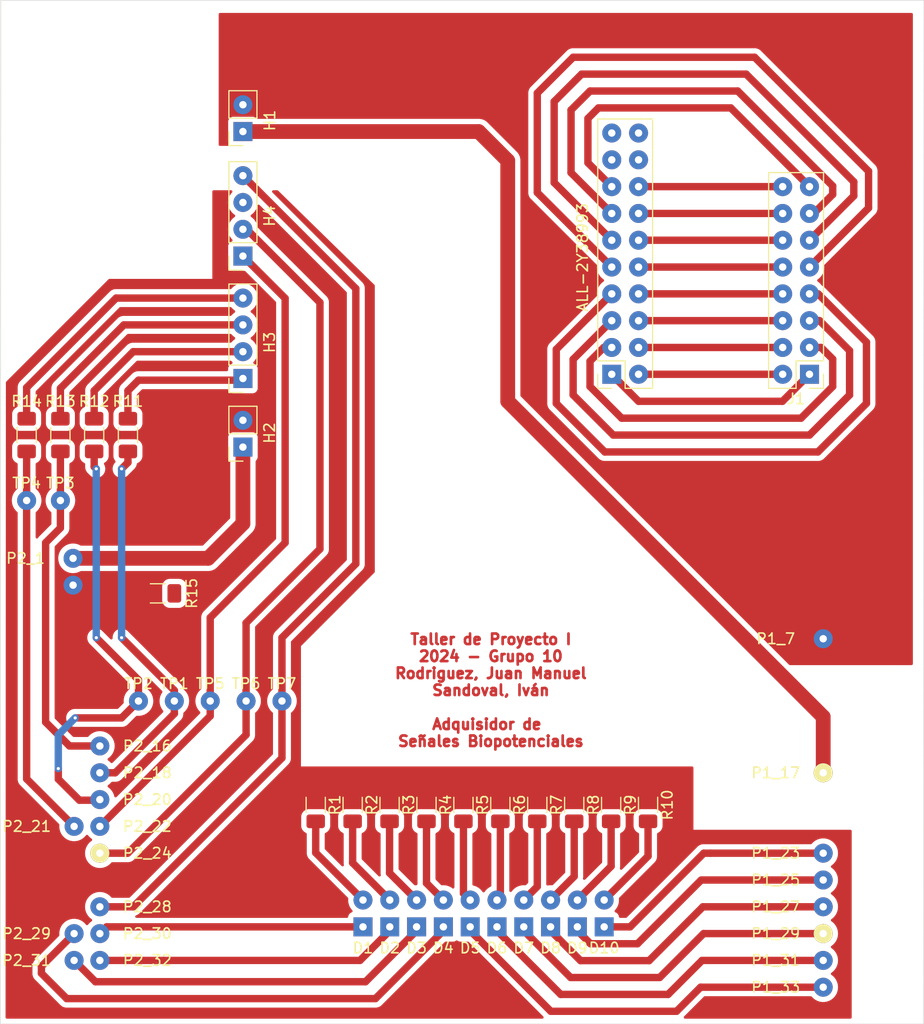
<source format=kicad_pcb>
(kicad_pcb (version 20240108) (generator "pcbnew") (generator_version "8.0")
  (layers (0 "F.Cu" signal) (31 "B.Cu" signal) (34 "B.Paste" user) (35 "F.Paste" user) (36 "B.SilkS" user "B.Silkscreen") (37 "F.SilkS" user "F.Silkscreen") (38 "B.Mask" user) (39 "F.Mask" user) (44 "Edge.Cuts" user))
  (net 0 "")
  (net 1 "Net-(ALL-2Y38993-Pin_13)")
  (net 2 "Net-(ALL-2Y38993-Pin_15)")
  (net 3 "Net-(ALL-2Y38993-Pin_3)")
  (net 4 "Net-(ALL-2Y38993-Pin_5)")
  (net 5 "Net-(ALL-2Y38993-Pin_4)")
  (net 6 "Net-(ALL-2Y38993-Pin_12)")
  (net 7 "Net-(ALL-2Y38993-Pin_2)")
  (net 8 "Net-(ALL-2Y38993-Pin_7)")
  (net 9 "Net-(ALL-2Y38993-Pin_9)")
  (net 10 "Net-(ALL-2Y38993-Pin_1)")
  (net 11 "Net-(ALL-2Y38993-Pin_14)")
  (net 12 "Net-(ALL-2Y38993-Pin_6)")
  (net 13 "Net-(ALL-2Y38993-Pin_16)")
  (net 14 "Net-(ALL-2Y38993-Pin_11)")
  (net 15 "Net-(ALL-2Y38993-Pin_8)")
  (net 16 "Net-(ALL-2Y38993-Pin_10)")
  (net 17 "CAN_RD")
  (net 18 "Net-(D1-K)")
  (net 19 "Net-(D2-K)")
  (net 20 "RS232_TX")
  (net 21 "RS232_RX")
  (net 22 "Net-(D3-K)")
  (net 23 "Net-(D4-K)")
  (net 24 "Net-(D5-K)")
  (net 25 "VDDA")
  (net 26 "Net-(D6-K)")
  (net 27 "Net-(D7-K)")
  (net 28 "Net-(D8-K)")
  (net 29 "Net-(D9-K)")
  (net 30 "SPI_SCK")
  (net 31 "TXD1")
  (net 32 "SPI_MISO")
  (net 33 "SPI_MOSI")
  (net 34 "LCD4")
  (net 35 "LCD_RS")
  (net 36 "LCD2")
  (net 37 "Net-(H3-Pin_3)")
  (net 38 "CAN_TD")
  (net 39 "GNDA")
  (net 40 "3V3")
  (net 41 "GND")
  (net 42 "Net-(D10-K)")
  (net 47 "GPIO2")
  (net 48 "GPIO1")
  (net 49 "LCD1")
  (net 50 "GPIO0")
  (net 51 "TCOL1")
  (net 52 "TFIL0")
  (net 53 "Net-(H3-Pin_4)")
  (net 54 "Net-(H3-Pin_2)")
  (net 55 "Net-(H3-Pin_1)")
  (net 56 "Net-(H4-Pin_3)")
  (footprint "Connector_PinSocket_2.54mm:PinSocket_1x04_P2.54mm_Vertical" (layer "F.Cu") (at 85.5 77.44 180)
    (property "Reference" "H3" (at -2.525 3.42 90) (layer "F.SilkS"))
    (property "Value" "Conn_01x04_Pin" (hide yes))
    (pad "1" thru_hole rect (at 0 0 180) (size 1.8 1.8) (drill 0.7) (layers "*.Cu" "*.Mask") (net 55 "Net-(H3-Pin_1)"))
    (pad "2" thru_hole circle (at 0 2.54 180) (size 1.8 1.8) (drill 0.7) (layers "*.Cu" "*.Mask") (net 54 "Net-(H3-Pin_2)"))
    (pad "3" thru_hole circle (at 0 5.08 180) (size 1.8 1.8) (drill 0.7) (layers "*.Cu" "*.Mask") (net 37 "Net-(H3-Pin_3)"))
    (pad "4" thru_hole circle (at 0 7.62 180) (size 1.8 1.8) (drill 0.7) (layers "*.Cu" "*.Mask") (net 53 "Net-(H3-Pin_4)"))
  )
  (footprint "Connector_PinSocket_2.54mm:PinSocket_2x01_P2.54mm_Vertical" (layer "F.Cu") (at 101.96 129.4 -90)
    (property "Reference" "D3" (at 2 0 0) (layer "F.SilkS"))
    (property "Value" "LED" (hide yes))
    (pad "1" thru_hole rect (at 0 0 270) (size 1.8 1.8) (drill 0.7) (layers "*.Cu" "*.Mask") (net 47 "GPIO2"))
    (pad "2" thru_hole circle (at -2.54 0 270) (size 1.8 1.8) (drill 0.7) (layers "*.Cu" "*.Mask") (net 22 "Net-(D3-K)"))
  )
  (footprint "Resistor_SMD:R_1206_3216Metric_Pad1.30x1.75mm_HandSolder" (layer "F.Cu") (at 77.45 97.8)
    (property "Reference" "R15" (at 3.2 0 90) (layer "F.SilkS"))
    (property "Value" "R" (hide yes))
    (pad "1" smd roundrect (at -1.55 0) (size 1.3 1.75) (layers "F.Cu" "F.Paste" "F.Mask") (roundrect_rratio 0.192308) (net 41 "GND"))
    (pad "2" smd roundrect (at 1.55 0) (size 1.3 1.75) (layers "F.Cu" "F.Paste" "F.Mask") (roundrect_rratio 0.192308) (net 56 "Net-(H4-Pin_3)"))
  )
  (footprint "TestPoint:TestPoint_THTPad_1.5x1.5mm_Drill0.7mm" (layer "F.Cu") (at 85.8 108)
    (property "Reference" "TP6" (at 0 -1.648 0) (layer "F.SilkS"))
    (property "Value" "TestPoint" (hide yes))
    (pad "1" thru_hole circle (at 0 0) (size 1.8 1.8) (drill 0.7) (layers "*.Cu" "*.Mask") (net 35 "LCD_RS"))
  )
  (footprint "Resistor_SMD:R_1206_3216Metric_Pad1.30x1.75mm_HandSolder" (layer "F.Cu") (at 113.4 117.85 -90)
    (property "Reference" "R7" (at 0 -1.82 -90) (layer "F.SilkS"))
    (property "Value" "R")
    (pad "1" smd roundrect (at -1.55 0 270) (size 1.3 1.75) (layers "F.Cu" "F.Paste" "F.Mask") (roundrect_rratio 0.192308) (net 41 "GND"))
    (pad "2" smd roundrect (at 1.55 0 270) (size 1.3 1.75) (layers "F.Cu" "F.Paste" "F.Mask") (roundrect_rratio 0.192308) (net 27 "Net-(D7-K)"))
  )
  (footprint "Resistor_SMD:R_1206_3216Metric_Pad1.30x1.75mm_HandSolder" (layer "F.Cu") (at 74.6 82.8 90)
    (property "Reference" "R11" (at 3.2 0 0) (layer "F.SilkS"))
    (property "Value" "R" (hide yes))
    (pad "1" smd roundrect (at -1.55 0 90) (size 1.3 1.75) (layers "F.Cu" "F.Paste" "F.Mask") (roundrect_rratio 0.192308) (net 32 "SPI_MISO"))
    (pad "2" smd roundrect (at 1.55 0 90) (size 1.3 1.75) (layers "F.Cu" "F.Paste" "F.Mask") (roundrect_rratio 0.192308) (net 55 "Net-(H3-Pin_1)"))
  )
  (footprint "Resistor_SMD:R_1206_3216Metric_Pad1.30x1.75mm_HandSolder" (layer "F.Cu") (at 116.9 117.85 -90)
    (property "Reference" "R8" (at 0 -1.82 -90) (layer "F.SilkS"))
    (property "Value" "R")
    (pad "1" smd roundrect (at -1.55 0 270) (size 1.3 1.75) (layers "F.Cu" "F.Paste" "F.Mask") (roundrect_rratio 0.192308) (net 41 "GND"))
    (pad "2" smd roundrect (at 1.55 0 270) (size 1.3 1.75) (layers "F.Cu" "F.Paste" "F.Mask") (roundrect_rratio 0.192308) (net 28 "Net-(D8-K)"))
  )
  (footprint "Resistor_SMD:R_1206_3216Metric_Pad1.30x1.75mm_HandSolder" (layer "F.Cu") (at 99.4 117.85 -90)
    (property "Reference" "R3" (at 0 -1.82 -90) (layer "F.SilkS"))
    (property "Value" "R")
    (pad "1" smd roundrect (at -1.55 0 270) (size 1.3 1.75) (layers "F.Cu" "F.Paste" "F.Mask") (roundrect_rratio 0.192308) (net 41 "GND"))
    (pad "2" smd roundrect (at 1.55 0 270) (size 1.3 1.75) (layers "F.Cu" "F.Paste" "F.Mask") (roundrect_rratio 0.192308) (net 22 "Net-(D3-K)"))
  )
  (footprint "Connector_PinSocket_2.54mm:PinSocket_2x01_P2.54mm_Vertical" (layer "F.Cu") (at 96.88 129.4 -90)
    (property "Reference" "D1" (at 2 0 0) (layer "F.SilkS"))
    (property "Value" "LED" (hide yes))
    (pad "1" thru_hole rect (at 0 0 270) (size 1.8 1.8) (drill 0.7) (layers "*.Cu" "*.Mask") (net 49 "LCD1"))
    (pad "2" thru_hole circle (at -2.54 0 270) (size 1.8 1.8) (drill 0.7) (layers "*.Cu" "*.Mask") (net 18 "Net-(D1-K)"))
  )
  (footprint "Connector_PinHeader_2.54mm:PinHeader_2x08_P2.54mm_Vertical" (layer "F.Cu") (at 139.2 77.04 180)
    (property "Reference" "J1" (at 1.27 -2.33 180) (layer "F.SilkS"))
    (property "Value" "Entradas Analógicas")
    (pad "1" thru_hole rect (at 0 0 180) (size 1.8 1.8) (drill 0.7) (layers "*.Cu" "*.Mask") (net 10 "Net-(ALL-2Y38993-Pin_1)"))
    (pad "2" thru_hole circle (at 2.54 0 180) (size 1.8 1.8) (drill 0.7) (layers "*.Cu" "*.Mask") (net 7 "Net-(ALL-2Y38993-Pin_2)"))
    (pad "3" thru_hole circle (at 0 2.54 180) (size 1.8 1.8) (drill 0.7) (layers "*.Cu" "*.Mask") (net 3 "Net-(ALL-2Y38993-Pin_3)"))
    (pad "4" thru_hole circle (at 2.54 2.54 180) (size 1.8 1.8) (drill 0.7) (layers "*.Cu" "*.Mask") (net 5 "Net-(ALL-2Y38993-Pin_4)"))
    (pad "5" thru_hole circle (at 0 5.08 180) (size 1.8 1.8) (drill 0.7) (layers "*.Cu" "*.Mask") (net 4 "Net-(ALL-2Y38993-Pin_5)"))
    (pad "6" thru_hole circle (at 2.54 5.08 180) (size 1.8 1.8) (drill 0.7) (layers "*.Cu" "*.Mask") (net 12 "Net-(ALL-2Y38993-Pin_6)"))
    (pad "7" thru_hole circle (at 0 7.62 180) (size 1.8 1.8) (drill 0.7) (layers "*.Cu" "*.Mask") (net 8 "Net-(ALL-2Y38993-Pin_7)"))
    (pad "8" thru_hole circle (at 2.54 7.62 180) (size 1.8 1.8) (drill 0.7) (layers "*.Cu" "*.Mask") (net 15 "Net-(ALL-2Y38993-Pin_8)"))
    (pad "9" thru_hole circle (at 0 10.16 180) (size 1.8 1.8) (drill 0.7) (layers "*.Cu" "*.Mask") (net 9 "Net-(ALL-2Y38993-Pin_9)"))
    (pad "10" thru_hole circle (at 2.54 10.16 180) (size 1.8 1.8) (drill 0.7) (layers "*.Cu" "*.Mask") (net 16 "Net-(ALL-2Y38993-Pin_10)"))
    (pad "11" thru_hole circle (at 0 12.7 180) (size 1.8 1.8) (drill 0.7) (layers "*.Cu" "*.Mask") (net 14 "Net-(ALL-2Y38993-Pin_11)"))
    (pad "12" thru_hole circle (at 2.54 12.7 180) (size 1.8 1.8) (drill 0.7) (layers "*.Cu" "*.Mask") (net 6 "Net-(ALL-2Y38993-Pin_12)"))
    (pad "13" thru_hole circle (at 0 15.24 180) (size 1.8 1.8) (drill 0.7) (layers "*.Cu" "*.Mask") (net 1 "Net-(ALL-2Y38993-Pin_13)"))
    (pad "14" thru_hole circle (at 2.54 15.24 180) (size 1.8 1.8) (drill 0.7) (layers "*.Cu" "*.Mask") (net 11 "Net-(ALL-2Y38993-Pin_14)"))
    (pad "15" thru_hole circle (at 0 17.78 180) (size 1.8 1.8) (drill 0.7) (layers "*.Cu" "*.Mask") (net 2 "Net-(ALL-2Y38993-Pin_15)"))
    (pad "16" thru_hole circle (at 2.54 17.78 180) (size 1.8 1.8) (drill 0.7) (layers "*.Cu" "*.Mask") (net 13 "Net-(ALL-2Y38993-Pin_16)"))
  )
  (footprint "Resistor_SMD:R_1206_3216Metric_Pad1.30x1.75mm_HandSolder" (layer "F.Cu") (at 106.4 117.85 -90)
    (property "Reference" "R5" (at 0 -1.82 -90) (layer "F.SilkS"))
    (property "Value" "R")
    (pad "1" smd roundrect (at -1.55 0 270) (size 1.3 1.75) (layers "F.Cu" "F.Paste" "F.Mask") (roundrect_rratio 0.192308) (net 41 "GND"))
    (pad "2" smd roundrect (at 1.55 0 270) (size 1.3 1.75) (layers "F.Cu" "F.Paste" "F.Mask") (roundrect_rratio 0.192308) (net 24 "Net-(D5-K)"))
  )
  (footprint "Connector_PinSocket_2.54mm:PinSocket_2x10_P2.54mm_Vertical" (layer "F.Cu") (at 120.46 77.04 180)
    (property "Reference" "ALL-2Y38993" (at 2.77 11.08 90) (layer "F.SilkS"))
    (property "Value" "Conn_02x10_Odd_Even" (hide yes))
    (pad "1" thru_hole rect (at 0 0 180) (size 1.8 1.8) (drill 0.7) (layers "*.Cu" "*.Mask") (net 10 "Net-(ALL-2Y38993-Pin_1)"))
    (pad "2" thru_hole circle (at -2.54 0 180) (size 1.8 1.8) (drill 0.7) (layers "*.Cu" "*.Mask") (net 7 "Net-(ALL-2Y38993-Pin_2)"))
    (pad "3" thru_hole circle (at 0 2.54 180) (size 1.8 1.8) (drill 0.7) (layers "*.Cu" "*.Mask") (net 3 "Net-(ALL-2Y38993-Pin_3)"))
    (pad "4" thru_hole circle (at -2.54 2.54 180) (size 1.8 1.8) (drill 0.7) (layers "*.Cu" "*.Mask") (net 5 "Net-(ALL-2Y38993-Pin_4)"))
    (pad "5" thru_hole circle (at 0 5.08 180) (size 1.8 1.8) (drill 0.7) (layers "*.Cu" "*.Mask") (net 4 "Net-(ALL-2Y38993-Pin_5)"))
    (pad "6" thru_hole circle (at -2.54 5.08 180) (size 1.8 1.8) (drill 0.7) (layers "*.Cu" "*.Mask") (net 12 "Net-(ALL-2Y38993-Pin_6)"))
    (pad "7" thru_hole circle (at 0 7.62 180) (size 1.8 1.8) (drill 0.7) (layers "*.Cu" "*.Mask") (net 8 "Net-(ALL-2Y38993-Pin_7)"))
    (pad "8" thru_hole circle (at -2.54 7.62 180) (size 1.8 1.8) (drill 0.7) (layers "*.Cu" "*.Mask") (net 15 "Net-(ALL-2Y38993-Pin_8)"))
    (pad "9" thru_hole circle (at 0 10.16 180) (size 1.8 1.8) (drill 0.7) (layers "*.Cu" "*.Mask") (net 9 "Net-(ALL-2Y38993-Pin_9)"))
    (pad "10" thru_hole circle (at -2.54 10.16 180) (size 1.8 1.8) (drill 0.7) (layers "*.Cu" "*.Mask") (net 16 "Net-(ALL-2Y38993-Pin_10)"))
    (pad "11" thru_hole circle (at 0 12.7 180) (size 1.8 1.8) (drill 0.7) (layers "*.Cu" "*.Mask") (net 14 "Net-(ALL-2Y38993-Pin_11)"))
    (pad "12" thru_hole circle (at -2.54 12.7 180) (size 1.8 1.8) (drill 0.7) (layers "*.Cu" "*.Mask") (net 6 "Net-(ALL-2Y38993-Pin_12)"))
    (pad "13" thru_hole circle (at 0 15.24 180) (size 1.8 1.8) (drill 0.7) (layers "*.Cu" "*.Mask") (net 1 "Net-(ALL-2Y38993-Pin_13)"))
    (pad "14" thru_hole circle (at -2.54 15.24 180) (size 1.8 1.8) (drill 0.7) (layers "*.Cu" "*.Mask") (net 11 "Net-(ALL-2Y38993-Pin_14)"))
    (pad "15" thru_hole circle (at 0 17.78 180) (size 1.8 1.8) (drill 0.7) (layers "*.Cu" "*.Mask") (net 2 "Net-(ALL-2Y38993-Pin_15)"))
    (pad "16" thru_hole circle (at -2.54 17.78 180) (size 1.8 1.8) (drill 0.7) (layers "*.Cu" "*.Mask") (net 13 "Net-(ALL-2Y38993-Pin_16)"))
    (pad "17" thru_hole circle (at 0 20.32 180) (size 1.8 1.8) (drill 0.7) (layers "*.Cu" "*.Mask"))
    (pad "18" thru_hole circle (at -2.54 20.32 180) (size 1.8 1.8) (drill 0.7) (layers "*.Cu" "*.Mask"))
    (pad "19" thru_hole circle (at 0 22.86 180) (size 1.8 1.8) (drill 0.7) (layers "*.Cu" "*.Mask"))
    (pad "20" thru_hole circle (at -2.54 22.86 180) (size 1.8 1.8) (drill 0.7) (layers "*.Cu" "*.Mask"))
  )
  (footprint "TestPoint:TestPoint_THTPad_1.5x1.5mm_Drill0.7mm" (layer "F.Cu") (at 79 108)
    (property "Reference" "TP1" (at 0 -1.648 0) (layer "F.SilkS"))
    (property "Value" "TestPoint" (hide yes))
    (pad "1" thru_hole circle (at 0 0) (size 1.8 1.8) (drill 0.7) (layers "*.Cu" "*.Mask") (net 32 "SPI_MISO"))
  )
  (footprint "Connector_PinSocket_2.54mm:PinSocket_1x04_P2.54mm_Vertical" (layer "F.Cu") (at 85.5 65.84 180)
    (property "Reference" "H4" (at -2.525 3.8 90) (layer "F.SilkS"))
    (property "Value" "Conn_01x04_Pin" (hide yes))
    (pad "1" thru_hole rect (at 0 0 180) (size 1.8 1.8) (drill 0.7) (layers "*.Cu" "*.Mask") (net 34 "LCD4"))
    (pad "2" thru_hole oval (at 0 2.54 180) (size 1.8 1.8) (drill 0.7) (layers "*.Cu" "*.Mask") (net 35 "LCD_RS"))
    (pad "3" thru_hole oval (at 0 5.08 180) (size 1.8 1.8) (drill 0.7) (layers "*.Cu" "*.Mask") (net 56 "Net-(H4-Pin_3)"))
    (pad "4" thru_hole circle (at 0 7.62 180) (size 1.8 1.8) (drill 0.7) (layers "*.Cu" "*.Mask") (net 36 "LCD2"))
  )
  (footprint "Resistor_SMD:R_1206_3216Metric_Pad1.30x1.75mm_HandSolder" (layer "F.Cu") (at 120.4 117.85 -90)
    (property "Reference" "R9" (at 0 -1.82 -90) (layer "F.SilkS"))
    (property "Value" "R")
    (pad "1" smd roundrect (at -1.55 0 270) (size 1.3 1.75) (layers "F.Cu" "F.Paste" "F.Mask") (roundrect_rratio 0.192308) (net 41 "GND"))
    (pad "2" smd roundrect (at 1.55 0 270) (size 1.3 1.75) (layers "F.Cu" "F.Paste" "F.Mask") (roundrect_rratio 0.192308) (net 29 "Net-(D9-K)"))
  )
  (footprint "TestPoint:TestPoint_THTPad_1.5x1.5mm_Drill0.7mm" (layer "F.Cu") (at 65 89)
    (property "Reference" "TP4" (at 0 -1.648 0) (layer "F.SilkS"))
    (property "Value" "TestPoint" (hide yes))
    (pad "1" thru_hole circle (at 0 0) (size 1.8 1.8) (drill 0.7) (layers "*.Cu" "*.Mask") (net 33 "SPI_MOSI"))
  )
  (footprint "Connector_PinSocket_2.54mm:PinSocket_2x01_P2.54mm_Vertical" (layer "F.Cu") (at 99.42 129.4 -90)
    (property "Reference" "D2" (at 2 0 0) (layer "F.SilkS"))
    (property "Value" "LED" (hide yes))
    (pad "1" thru_hole rect (at 0 0 270) (size 1.8 1.8) (drill 0.7) (layers "*.Cu" "*.Mask") (net 48 "GPIO1"))
    (pad "2" thru_hole circle (at -2.54 0 270) (size 1.8 1.8) (drill 0.7) (layers "*.Cu" "*.Mask") (net 19 "Net-(D2-K)"))
  )
  (footprint "Connector_PinSocket_2.54mm:PinSocket_2x01_P2.54mm_Vertical" (layer "F.Cu") (at 114.66 129.4 -90)
    (property "Reference" "D8" (at 2 0 0) (layer "F.SilkS"))
    (property "Value" "LED" (hide yes))
    (pad "1" thru_hole rect (at 0 0 270) (size 1.8 1.8) (drill 0.7) (layers "*.Cu" "*.Mask") (net 17 "CAN_RD"))
    (pad "2" thru_hole circle (at -2.54 0 270) (size 1.8 1.8) (drill 0.7) (layers "*.Cu" "*.Mask") (net 28 "Net-(D8-K)"))
  )
  (footprint "Resistor_SMD:R_1206_3216Metric_Pad1.30x1.75mm_HandSolder" (layer "F.Cu") (at 95.9 117.85 -90)
    (property "Reference" "R2" (at 0 -1.82 -90) (layer "F.SilkS"))
    (property "Value" "R")
    (pad "1" smd roundrect (at -1.55 0 270) (size 1.3 1.75) (layers "F.Cu" "F.Paste" "F.Mask") (roundrect_rratio 0.192308) (net 41 "GND"))
    (pad "2" smd roundrect (at 1.55 0 270) (size 1.3 1.75) (layers "F.Cu" "F.Paste" "F.Mask") (roundrect_rratio 0.192308) (net 19 "Net-(D2-K)"))
  )
  (footprint "Connector_PinSocket_2.54mm:PinSocket_2x01_P2.54mm_Vertical" (layer "F.Cu") (at 109.58 129.4 -90)
    (property "Reference" "D6" (at 2 0 0) (layer "F.SilkS"))
    (property "Value" "LED" (hide yes))
    (pad "1" thru_hole rect (at 0 0 270) (size 1.8 1.8) (drill 0.7) (layers "*.Cu" "*.Mask") (net 51 "TCOL1"))
    (pad "2" thru_hole circle (at -2.54 0 270) (size 1.8 1.8) (drill 0.7) (layers "*.Cu" "*.Mask") (net 26 "Net-(D6-K)"))
  )
  (footprint "Connector_PinSocket_2.54mm:PinSocket_1x02_P2.54mm_Vertical" (layer "F.Cu") (at 85.5 83.94 180)
    (property "Reference" "H2" (at -2.525 1.34 90) (layer "F.SilkS"))
    (property "Value" "Conn_01x02_Pin" (hide yes))
    (pad "1" thru_hole rect (at 0 0 180) (size 1.8 1.8) (drill 0.7) (layers "*.Cu" "*.Mask") (net 40 "3V3"))
    (pad "2" thru_hole circle (at 0 2.54 180) (size 1.8 1.8) (drill 0.7) (layers "*.Cu" "*.Mask") (net 41 "GND"))
  )
  (footprint "Connector_PinSocket_2.54mm:PinSocket_2x01_P2.54mm_Vertical" (layer "F.Cu") (at 107.04 129.4 -90)
    (property "Reference" "D5" (at 2 0 0) (layer "F.SilkS"))
    (property "Value" "LED" (hide yes))
    (pad "1" thru_hole rect (at 0 0 270) (size 1.8 1.8) (drill 0.7) (layers "*.Cu" "*.Mask") (net 52 "TFIL0"))
    (pad "2" thru_hole circle (at -2.54 0 270) (size 1.8 1.8) (drill 0.7) (layers "*.Cu" "*.Mask") (net 24 "Net-(D5-K)"))
  )
  (footprint "Connector_PinSocket_2.54mm:PinSocket_2x01_P2.54mm_Vertical" (layer "F.Cu") (at 112.12 129.4 -90)
    (property "Reference" "D7" (at 2 0 0) (layer "F.SilkS"))
    (property "Value" "LED" (hide yes))
    (pad "1" thru_hole rect (at 0 0 270) (size 1.8 1.8) (drill 0.7) (layers "*.Cu" "*.Mask") (net 38 "CAN_TD"))
    (pad "2" thru_hole circle (at -2.54 0 270) (size 1.8 1.8) (drill 0.7) (layers "*.Cu" "*.Mask") (net 27 "Net-(D7-K)"))
  )
  (footprint "Resistor_SMD:R_1206_3216Metric_Pad1.30x1.75mm_HandSolder" (layer "F.Cu") (at 71.4 82.8 90)
    (property "Reference" "R12" (at 3.2 0 0) (layer "F.SilkS"))
    (property "Value" "R" (hide yes))
    (pad "1" smd roundrect (at -1.55 0 90) (size 1.3 1.75) (layers "F.Cu" "F.Paste" "F.Mask") (roundrect_rratio 0.192308) (net 30 "SPI_SCK"))
    (pad "2" smd roundrect (at 1.55 0 90) (size 1.3 1.75) (layers "F.Cu" "F.Paste" "F.Mask") (roundrect_rratio 0.192308) (net 54 "Net-(H3-Pin_2)"))
  )
  (footprint "Resistor_SMD:R_1206_3216Metric_Pad1.30x1.75mm_HandSolder" (layer "F.Cu") (at 102.9 117.85 -90)
    (property "Reference" "R4" (at 0 -1.82 -90) (layer "F.SilkS"))
    (property "Value" "R")
    (pad "1" smd roundrect (at -1.55 0 270) (size 1.3 1.75) (layers "F.Cu" "F.Paste" "F.Mask") (roundrect_rratio 0.192308) (net 41 "GND"))
    (pad "2" smd roundrect (at 1.55 0 270) (size 1.3 1.75) (layers "F.Cu" "F.Paste" "F.Mask") (roundrect_rratio 0.192308) (net 23 "Net-(D4-K)"))
  )
  (footprint "Resistor_SMD:R_1206_3216Metric_Pad1.30x1.75mm_HandSolder" (layer "F.Cu") (at 68.2 82.8 90)
    (property "Reference" "R13" (at 3.2 0 0) (layer "F.SilkS"))
    (property "Value" "R" (hide yes))
    (pad "1" smd roundrect (at -1.55 0 90) (size 1.3 1.75) (layers "F.Cu" "F.Paste" "F.Mask") (roundrect_rratio 0.192308) (net 31 "TXD1"))
    (pad "2" smd roundrect (at 1.55 0 90) (size 1.3 1.75) (layers "F.Cu" "F.Paste" "F.Mask") (roundrect_rratio 0.192308) (net 37 "Net-(H3-Pin_3)"))
  )
  (footprint "TestPoint:TestPoint_THTPad_1.5x1.5mm_Drill0.7mm" (layer "F.Cu") (at 75.6 108)
    (property "Reference" "TP2" (at 0 -1.648 0) (layer "F.SilkS"))
    (property "Value" "TestPoint" (hide yes))
    (pad "1" thru_hole circle (at 0 0) (size 1.8 1.8) (drill 0.7) (layers "*.Cu" "*.Mask") (net 30 "SPI_SCK"))
  )
  (footprint "Connector_PinSocket_2.54mm:PinSocket_2x01_P2.54mm_Vertical" (layer "F.Cu") (at 119.74 129.4 -90)
    (property "Reference" "D10" (at 2 0 0) (layer "F.SilkS"))
    (property "Value" "LED" (hide yes))
    (pad "1" thru_hole rect (at 0 0 270) (size 1.8 1.8) (drill 0.7) (layers "*.Cu" "*.Mask") (net 21 "RS232_RX"))
    (pad "2" thru_hole circle (at -2.54 0 270) (size 1.8 1.8) (drill 0.7) (layers "*.Cu" "*.Mask") (net 42 "Net-(D10-K)"))
  )
  (footprint "Resistor_SMD:R_1206_3216Metric_Pad1.30x1.75mm_HandSolder" (layer "F.Cu") (at 123.9 117.85 -90)
    (property "Reference" "R10" (at 0 -1.82 -90) (layer "F.SilkS"))
    (property "Value" "R")
    (pad "1" smd roundrect (at -1.55 0 270) (size 1.3 1.75) (layers "F.Cu" "F.Paste" "F.Mask") (roundrect_rratio 0.192308) (net 41 "GND"))
    (pad "2" smd roundrect (at 1.55 0 270) (size 1.3 1.75) (layers "F.Cu" "F.Paste" "F.Mask") (roundrect_rratio 0.192308) (net 42 "Net-(D10-K)"))
  )
  (footprint "TestPoint:TestPoint_THTPad_1.5x1.5mm_Drill0.7mm" (layer "F.Cu") (at 89.2 108)
    (property "Reference" "TP7" (at 0 -1.648 0) (layer "F.SilkS"))
    (property "Value" "TestPoint" (hide yes))
    (pad "1" thru_hole circle (at 0 0) (size 1.8 1.8) (drill 0.7) (layers "*.Cu" "*.Mask") (net 36 "LCD2"))
  )
  (footprint "Resistor_SMD:R_1206_3216Metric_Pad1.30x1.75mm_HandSolder" (layer "F.Cu") (at 65 82.8 90)
    (property "Reference" "R14" (at 3.2 0 0) (layer "F.SilkS"))
    (property "Value" "R" (hide yes))
    (pad "1" smd roundrect (at -1.55 0 90) (size 1.3 1.75) (layers "F.Cu" "F.Paste" "F.Mask") (roundrect_rratio 0.192308) (net 33 "SPI_MOSI"))
    (pad "2" smd roundrect (at 1.55 0 90) (size 1.3 1.75) (layers "F.Cu" "F.Paste" "F.Mask") (roundrect_rratio 0.192308) (net 53 "Net-(H3-Pin_4)"))
  )
  (footprint "Connector_PinSocket_2.54mm:PinSocket_2x01_P2.54mm_Vertical" (layer "F.Cu") (at 104.5 129.4 -90)
    (property "Reference" "D4" (at 2 0 0) (layer "F.SilkS"))
    (property "Value" "LED" (hide yes))
    (pad "1" thru_hole rect (at 0 0 270) (size 1.8 1.8) (drill 0.7) (layers "*.Cu" "*.Mask") (net 50 "GPIO0"))
    (pad "2" thru_hole circle (at -2.54 0 270) (size 1.8 1.8) (drill 0.7) (layers "*.Cu" "*.Mask") (net 23 "Net-(D4-K)"))
  )
  (footprint "Resistor_SMD:R_1206_3216Metric_Pad1.30x1.75mm_HandSolder" (layer "F.Cu") (at 92.4 117.85 -90)
    (property "Reference" "R1" (at 0 -1.82 -90) (layer "F.SilkS"))
    (property "Value" "R")
    (pad "1" smd roundrect (at -1.55 0 270) (size 1.3 1.75) (layers "F.Cu" "F.Paste" "F.Mask") (roundrect_rratio 0.192308) (net 41 "GND"))
    (pad "2" smd roundrect (at 1.55 0 270) (size 1.3 1.75) (layers "F.Cu" "F.Paste" "F.Mask") (roundrect_rratio 0.192308) (net 18 "Net-(D1-K)"))
  )
  (footprint "Connector_PinSocket_2.54mm:PinSocket_1x02_P2.54mm_Vertical" (layer "F.Cu") (at 85.5 54.04 180)
    (property "Reference" "H1" (at -2.55 1.05 90) (layer "F.SilkS"))
    (property "Value" "Conn_01x02_Pin" (hide yes))
    (pad "1" thru_hole rect (at 0 0 180) (size 1.8 1.8) (drill 0.7) (layers "*.Cu" "*.Mask") (net 25 "VDDA"))
    (pad "2" thru_hole circle (at 0 2.54 180) (size 1.8 1.8) (drill 0.7) (layers "*.Cu" "*.Mask") (net 39 "GNDA"))
  )
  (footprint "TestPoint:TestPoint_THTPad_1.5x1.5mm_Drill0.7mm" (layer "F.Cu") (at 68.2 89)
    (property "Reference" "TP3" (at 0 -1.648 0) (layer "F.SilkS"))
    (property "Value" "TestPoint" (hide yes))
    (pad "1" thru_hole circle (at 0 0) (size 1.8 1.8) (drill 0.7) (layers "*.Cu" "*.Mask") (net 31 "TXD1"))
  )
  (footprint "Resistor_SMD:R_1206_3216Metric_Pad1.30x1.75mm_HandSolder" (layer "F.Cu") (at 109.9 117.85 -90)
    (property "Reference" "R6" (at 0 -1.82 -90) (layer "F.SilkS"))
    (property "Value" "R")
    (pad "1" smd roundrect (at -1.55 0 270) (size 1.3 1.75) (layers "F.Cu" "F.Paste" "F.Mask") (roundrect_rratio 0.192308) (net 41 "GND"))
    (pad "2" smd roundrect (at 1.55 0 270) (size 1.3 1.75) (layers "F.Cu" "F.Paste" "F.Mask") (roundrect_rratio 0.192308) (net 26 "Net-(D6-K)"))
  )
  (footprint "TestPoint:TestPoint_THTPad_1.5x1.5mm_Drill0.7mm" (layer "F.Cu") (at 82.4 108)
    (property "Reference" "TP5" (at 0 -1.648 0) (layer "F.SilkS"))
    (property "Value" "TestPoint" (hide yes))
    (pad "1" thru_hole circle (at 0 0) (size 1.8 1.8) (drill 0.7) (layers "*.Cu" "*.Mask") (net 34 "LCD4"))
  )
  (footprint "Connector_PinSocket_2.54mm:PinSocket_2x01_P2.54mm_Vertical" (layer "F.Cu") (at 117.2 129.4 -90)
    (property "Reference" "D9" (at 2 0 0) (layer "F.SilkS"))
    (property "Value" "LED" (hide yes))
    (pad "1" thru_hole rect (at 0 0 270) (size 1.8 1.8) (drill 0.7) (layers "*.Cu" "*.Mask") (net 20 "RS232_TX"))
    (pad "2" thru_hole circle (at -2.54 0 270) (size 1.8 1.8) (drill 0.7) (layers "*.Cu" "*.Mask") (net 29 "Net-(D9-K)"))
  )
  (footprint "Connector_PinHeader_2.54mm:PinHeader_1x01_P2.54mm_Vertical" (layer "B.Cu") (at 140.5 135.12 180)
    (property "Reference" "P1_33" (at 4.5 0 0) (layer "F.SilkS"))
    (property "Value" "Conn_01x01_Socket" (hide yes))
    (pad "33" thru_hole circle (at 0 0 180) (size 1.8 1.8) (drill 0.7) (layers "*.Cu" "*.Mask") (net 52 "TFIL0"))
  )
  (footprint "Connector_PinHeader_2.54mm:PinHeader_1x01_P2.54mm_Vertical" (layer "B.Cu") (at 71.94 114.8 180)
    (property "Reference" "P2_18" (at -4.5 0 0) (layer "F.SilkS"))
    (property "Value" "Conn_01x01_Socket" (hide yes))
    (pad "18" thru_hole circle (at 0 0 180) (size 1.8 1.8) (drill 0.7) (layers "*.Cu" "*.Mask") (net 32 "SPI_MISO"))
  )
  (footprint "Connector_PinHeader_2.54mm:PinHeader_1x01_P2.54mm_Vertical" (layer "B.Cu") (at 140.5 127.5 180)
    (property "Reference" "P1_27" (at 4.5 0 0) (layer "F.SilkS"))
    (property "Value" "Conn_01x01_Socket" (hide yes))
    (pad "27" thru_hole circle (at 0 0 180) (size 1.8 1.8) (drill 0.7) (layers "*.Cu" "*.Mask") (net 17 "CAN_RD"))
  )
  (footprint "Connector_PinHeader_2.54mm:PinHeader_1x01_P2.54mm_Vertical" (layer "B.Cu") (at 69.4 97.02 180)
    (property "Reference" "P2_3" (hide yes))
    (property "Value" "Conn_01x01_Socket" (hide yes))
    (pad "3" thru_hole circle (at 0 0 180) (size 1.8 1.8) (drill 0.7) (layers "*.Cu" "*.Mask") (net 41 "GND"))
  )
  (footprint "Connector_PinHeader_2.54mm:PinHeader_1x01_P2.54mm_Vertical" (layer "B.Cu") (at 140.5 102.1 180)
    (property "Reference" "P1_7" (at 4.5 0 0) (layer "F.SilkS"))
    (property "Value" "Conn_01x01_Socket" (hide yes))
    (pad "7" thru_hole circle (at 0 0 180) (size 1.8 1.8) (drill 0.7) (layers "*.Cu" "*.Mask" "Dwgs.User") (net 39 "GNDA"))
  )
  (footprint "Connector_PinHeader_2.54mm:PinHeader_1x01_P2.54mm_Vertical" (layer "B.Cu") (at 140.5 124.96 180)
    (property "Reference" "P1_25" (at 4.5 0 0) (layer "F.SilkS"))
    (property "Value" "Conn_01x01_Socket" (hide yes))
    (pad "25" thru_hole circle (at 0 0 180) (size 1.8 1.8) (drill 0.7) (layers "*.Cu" "*.Mask") (net 20 "RS232_TX"))
  )
  (footprint "Connector_PinHeader_2.54mm:PinHeader_1x01_P2.54mm_Vertical" (layer "B.Cu") (at 140.5 132.58 180)
    (property "Reference" "P1_31" (at 4.5 0 0) (layer "F.SilkS"))
    (property "Value" "Conn_01x01_Socket" (hide yes))
    (pad "31" thru_hole circle (at 0 0 180) (size 1.8 1.8) (drill 0.7) (layers "*.Cu" "*.Mask") (net 51 "TCOL1"))
  )
  (footprint "Connector_PinHeader_2.54mm:PinHeader_1x01_P2.54mm_Vertical" (layer "B.Cu") (at 71.94 112.26 180)
    (property "Reference" "P2_16" (at -4.5 0 0) (layer "F.SilkS"))
    (property "Value" "Conn_01x01_Socket" (hide yes))
    (pad "16" thru_hole circle (at 0 0 180) (size 1.8 1.8) (drill 0.7) (layers "*.Cu" "*.Mask") (net 31 "TXD1"))
  )
  (footprint "Connector_PinHeader_2.54mm:PinHeader_1x01_P2.54mm_Vertical" (layer "B.Cu") (at 69.5 119.88 180)
    (property "Reference" "P2_21" (at 4.5 0 0) (layer "F.SilkS"))
    (property "Value" "Conn_01x01_Socket" (hide yes))
    (pad "21" thru_hole circle (at 0 0 180) (size 1.8 1.8) (drill 0.7) (layers "*.Cu" "*.Mask") (net 33 "SPI_MOSI"))
  )
  (footprint "Connector_PinHeader_2.54mm:PinHeader_1x01_P2.54mm_Vertical" (layer "B.Cu") (at 69.5 132.58 180)
    (property "Reference" "P2_31" (at 4.5 0 0) (layer "F.SilkS"))
    (property "Value" "Conn_01x01_Socket" (hide yes))
    (pad "31" thru_hole circle (at 0 0 180) (size 1.8 1.8) (drill 0.7) (layers "*.Cu" "*.Mask") (net 47 "GPIO2"))
  )
  (footprint "Connector_PinHeader_2.54mm:PinHeader_1x01_P2.54mm_Vertical" (layer "B.Cu") (at 140.5 114.8 180)
    (property "Reference" "P1_17" (at 4.5 0 0) (layer "F.SilkS"))
    (property "Value" "Conn_01x01_Socket" (hide yes))
    (pad "17" thru_hole circle (at 0 0 180) (size 1.8 1.8) (drill 0.7) (layers "*.Cu" "*.Mask" "F.SilkS") (net 25 "VDDA"))
  )
  (footprint "Connector_PinHeader_2.54mm:PinHeader_1x01_P2.54mm_Vertical" (layer "B.Cu") (at 71.94 127.5 180)
    (property "Reference" "P2_28" (at -4.5 0 0) (layer "F.SilkS"))
    (property "Value" "Conn_01x01_Socket" (hide yes))
    (pad "28" thru_hole circle (at 0 0 180) (size 1.8 1.8) (drill 0.7) (layers "*.Cu" "*.Mask") (net 36 "LCD2"))
  )
  (footprint "Connector_PinHeader_2.54mm:PinHeader_1x01_P2.54mm_Vertical" (layer "B.Cu") (at 140.5 130.04 180)
    (property "Reference" "P1_29" (at 4.5 0 0) (layer "F.SilkS"))
    (property "Value" "Conn_01x01_Socket" (hide yes))
    (pad "29" thru_hole circle (at 0 0 180) (size 1.8 1.8) (drill 0.7) (layers "*.Cu" "*.Mask" "F.SilkS") (net 38 "CAN_TD"))
  )
  (footprint "Connector_PinHeader_2.54mm:PinHeader_1x01_P2.54mm_Vertical" (layer "B.Cu") (at 71.94 119.88 180)
    (property "Reference" "P2_22" (at -4.5 0 0) (layer "F.SilkS"))
    (property "Value" "Conn_01x01_Socket" (hide yes))
    (pad "22" thru_hole circle (at 0 0 180) (size 1.8 1.8) (drill 0.7) (layers "*.Cu" "*.Mask") (net 34 "LCD4"))
  )
  (footprint "Connector_PinHeader_2.54mm:PinHeader_1x01_P2.54mm_Vertical" (layer "B.Cu") (at 71.94 132.58 180)
    (property "Reference" "P2_32" (at -4.5 0 0) (layer "F.SilkS"))
    (property "Value" "Conn_01x01_Socket" (hide yes))
    (pad "32" thru_hole circle (at 0 0 180) (size 1.8 1.8) (drill 0.7) (layers "*.Cu" "*.Mask") (net 48 "GPIO1"))
  )
  (footprint "Connector_PinHeader_2.54mm:PinHeader_1x01_P2.54mm_Vertical" (layer "B.Cu") (at 71.94 130.04 180)
    (property "Reference" "P2_30" (at -4.5 0 0) (layer "F.SilkS"))
    (property "Value" "Conn_01x01_Socket" (hide yes))
    (pad "30" thru_hole circle (at 0 0 180) (size 1.8 1.8) (drill 0.7) (layers "*.Cu" "*.Mask") (net 49 "LCD1"))
  )
  (footprint "Connector_PinHeader_2.54mm:PinHeader_1x01_P2.54mm_Vertical" (layer "B.Cu") (at 71.94 122.42 180)
    (property "Reference" "P2_24" (at -4.5 0 0) (layer "F.SilkS"))
    (property "Value" "Conn_01x01_Socket" (hide yes))
    (pad "24" thru_hole circle (at 0 0 180) (size 1.8 1.8) (drill 0.7) (layers "*.Cu" "*.Mask" "F.SilkS") (net 35 "LCD_RS"))
  )
  (footprint "Connector_PinHeader_2.54mm:PinHeader_1x01_P2.54mm_Vertical" (layer "B.Cu") (at 69.4 94.48 180)
    (property "Reference" "P2_1" (at 4.5 0 0) (layer "F.SilkS"))
    (property "Value" "Conn_01x01_Socket" (hide yes))
    (pad "1" thru_hole circle (at 0 0 180) (size 1.8 1.8) (drill 0.7) (layers "*.Cu" "*.Mask") (net 40 "3V3"))
  )
  (footprint "Connector_PinHeader_2.54mm:PinHeader_1x01_P2.54mm_Vertical" (layer "B.Cu") (at 71.94 117.34 180)
    (property "Reference" "P2_20" (at -4.5 0 0) (layer "F.SilkS"))
    (property "Value" "Conn_01x01_Socket" (hide yes))
    (pad "20" thru_hole circle (at 0 0 180) (size 1.8 1.8) (drill 0.7) (layers "*.Cu" "*.Mask") (net 30 "SPI_SCK"))
  )
  (footprint "Connector_PinHeader_2.54mm:PinHeader_1x01_P2.54mm_Vertical" (layer "B.Cu") (at 69.5 130.04 180)
    (property "Reference" "P2_29" (at 4.5 0 0) (layer "F.SilkS"))
    (property "Value" "Conn_01x01_Socket" (hide yes))
    (pad "29" thru_hole circle (at 0 0 180) (size 1.8 1.8) (drill 0.7) (layers "*.Cu" "*.Mask") (net 50 "GPIO0"))
  )
  (footprint "Connector_PinHeader_2.54mm:PinHeader_1x01_P2.54mm_Vertical" (layer "B.Cu") (at 140.5 122.42 180)
    (property "Reference" "P1_23" (at 4.5 0 0) (layer "F.SilkS"))
    (property "Value" "Conn_01x01_Socket" (hide yes))
    (pad "23" thru_hole circle (at 0 0 180) (size 1.8 1.8) (drill 0.7) (layers "*.Cu" "*.Mask") (net 21 "RS232_RX"))
  )
  (gr_line (start 62.5 138.6) (end 62.55 41.6) (stroke (width 0.05)) (layer "Edge.Cuts"))
  (gr_line (start 150 138.6) (end 150.05 41.6) (stroke (width 0.05)) (layer "Edge.Cuts"))
  (gr_line (start 150 138.6) (end 62.5 138.6) (stroke (width 0.05)) (layer "Edge.Cuts"))
  (gr_line (start 62.55 41.6) (end 150.05 41.6) (stroke (width 0.05)) (layer "Edge.Cuts"))
  (gr_text "Taller de Proyecto I\n2024 - Grupo 10\nRodriguez, Juan Manuel\nSandoval, Iván\n\nAdquisidor de \nSeñales Biopotenciales" (at 109 112.4 0) (layer "F.Cu") (effects (font (size 1 1) (thickness 0.25) (bold yes)) (justify bottom)))
  (segment (start 120.46 61.8) (end 116.6 57.94) (width 0.7) (layer "F.Cu") (net 1))
  (segment (start 141.4 60) (end 139.6 61.8) (width 0.7) (layer "F.Cu") (net 1))
  (segment (start 141.4 59.2) (end 141.4 60) (width 0.7) (layer "F.Cu") (net 1))
  (segment (start 132.4 50.2) (end 141.4 59.2) (width 0.7) (layer "F.Cu") (net 1))
  (segment (start 116.6 57.94) (end 116.6 52) (width 0.7) (layer "F.Cu") (net 1))
  (segment (start 118.4 50.2) (end 132.4 50.2) (width 0.7) (layer "F.Cu") (net 1))
  (segment (start 139.6 61.8) (end 139.2 61.8) (width 0.7) (layer "F.Cu") (net 1))
  (segment (start 116.6 52) (end 118.4 50.2) (width 0.7) (layer "F.Cu") (net 1))
  (segment (start 118.2 52.8) (end 119.2 51.8) (width 0.7) (layer "F.Cu") (net 2))
  (segment (start 118.2 57) (end 118.2 52.8) (width 0.7) (layer "F.Cu") (net 2))
  (segment (start 120.46 59.26) (end 118.2 57) (width 0.7) (layer "F.Cu") (net 2))
  (segment (start 131.74 51.8) (end 139.2 59.26) (width 0.7) (layer "F.Cu") (net 2))
  (segment (start 119.2 51.8) (end 131.74 51.8) (width 0.7) (layer "F.Cu") (net 2))
  (segment (start 118.4 78.2) (end 121.4 81.2) (width 0.7) (layer "F.Cu") (net 3))
  (segment (start 140.3 74.5) (end 139.2 74.5) (width 0.7) (layer "F.Cu") (net 3))
  (segment (start 141.4 78.2) (end 141.4 75.6) (width 0.7) (layer "F.Cu") (net 3))
  (segment (start 121.4 81.2) (end 138.4 81.2) (width 0.7) (layer "F.Cu") (net 3))
  (segment (start 119.7 74.5) (end 118.4 75.8) (width 0.7) (layer "F.Cu") (net 3))
  (segment (start 118.4 75.8) (end 118.4 78.2) (width 0.7) (layer "F.Cu") (net 3))
  (segment (start 120.46 74.5) (end 119.7 74.5) (width 0.7) (layer "F.Cu") (net 3))
  (segment (start 138.4 81.2) (end 141.4 78.2) (width 0.7) (layer "F.Cu") (net 3))
  (segment (start 141.4 75.6) (end 140.3 74.5) (width 0.7) (layer "F.Cu") (net 3))
  (segment (start 143 74.8) (end 140.16 71.96) (width 0.7) (layer "F.Cu") (net 4))
  (segment (start 120.46 71.96) (end 116.8 75.62) (width 0.7) (layer "F.Cu") (net 4))
  (segment (start 120.6 82.8) (end 139.2 82.8) (width 0.7) (layer "F.Cu") (net 4))
  (segment (start 140.16 71.96) (end 139.2 71.96) (width 0.7) (layer "F.Cu") (net 4))
  (segment (start 139.2 82.8) (end 143 79) (width 0.7) (layer "F.Cu") (net 4))
  (segment (start 116.8 75.62) (end 116.8 79) (width 0.7) (layer "F.Cu") (net 4))
  (segment (start 116.8 79) (end 120.6 82.8) (width 0.7) (layer "F.Cu") (net 4))
  (segment (start 143 79) (end 143 74.8) (width 0.7) (layer "F.Cu") (net 4))
  (segment (start 123 74.5) (end 136.66 74.5) (width 0.7) (layer "F.Cu") (net 5))
  (segment (start 123 64.34) (end 136.66 64.34) (width 0.7) (layer "F.Cu") (net 6))
  (segment (start 123 77.04) (end 136.66 77.04) (width 0.7) (layer "F.Cu") (net 7))
  (segment (start 144.6 79.8) (end 144.6 74) (width 0.7) (layer "F.Cu") (net 8))
  (segment (start 119.8 84.4) (end 140 84.4) (width 0.7) (layer "F.Cu") (net 8))
  (segment (start 115.2 79.8) (end 119.8 84.4) (width 0.7) (layer "F.Cu") (net 8))
  (segment (start 140 84.4) (end 144.6 79.8) (width 0.7) (layer "F.Cu") (net 8))
  (segment (start 144.6 74) (end 140.02 69.42) (width 0.7) (layer "F.Cu") (net 8))
  (segment (start 115.2 74.68) (end 115.2 79.8) (width 0.7) (layer "F.Cu") (net 8))
  (segment (start 140.02 69.42) (end 139.2 69.42) (width 0.7) (layer "F.Cu") (net 8))
  (segment (start 120.46 69.42) (end 115.2 74.68) (width 0.7) (layer "F.Cu") (net 8))
  (segment (start 144.8 61.28) (end 139.2 66.88) (width 0.7) (layer "F.Cu") (net 9))
  (segment (start 120.46 66.88) (end 113.4 59.82) (width 0.7) (layer "F.Cu") (net 9))
  (segment (start 113.4 50.4) (end 116.8 47) (width 0.7) (layer "F.Cu") (net 9))
  (segment (start 113.4 59.82) (end 113.4 50.4) (width 0.7) (layer "F.Cu") (net 9))
  (segment (start 134 47) (end 144.8 57.8) (width 0.7) (layer "F.Cu") (net 9))
  (segment (start 144.8 57.8) (end 144.8 61.28) (width 0.7) (layer "F.Cu") (net 9))
  (segment (start 116.8 47) (end 134 47) (width 0.7) (layer "F.Cu") (net 9))
  (segment (start 120.46 77.04) (end 120.46 77.06) (width 0.7) (layer "F.Cu") (net 10))
  (segment (start 123 79.6) (end 136.64 79.6) (width 0.7) (layer "F.Cu") (net 10))
  (segment (start 136.64 79.6) (end 139.2 77.04) (width 0.7) (layer "F.Cu") (net 10))
  (segment (start 120.46 77.06) (end 123 79.6) (width 0.7) (layer "F.Cu") (net 10))
  (segment (start 123 61.8) (end 136.66 61.8) (width 0.7) (layer "F.Cu") (net 11))
  (segment (start 123 71.96) (end 136.66 71.96) (width 0.7) (layer "F.Cu") (net 12))
  (segment (start 123 59.26) (end 136.66 59.26) (width 0.7) (layer "F.Cu") (net 13))
  (segment (start 117.6 48.6) (end 133.2 48.6) (width 0.7) (layer "F.Cu") (net 14))
  (segment (start 120.46 64.34) (end 115 58.88) (width 0.7) (layer "F.Cu") (net 14))
  (segment (start 143.4 58.8) (end 143.4 60.14) (width 0.7) (layer "F.Cu") (net 14))
  (segment (start 143.4 60.14) (end 139.2 64.34) (width 0.7) (layer "F.Cu") (net 14))
  (segment (start 115 58.88) (end 115 51.2) (width 0.7) (layer "F.Cu") (net 14))
  (segment (start 133.2 48.6) (end 143.4 58.8) (width 0.7) (layer "F.Cu") (net 14))
  (segment (start 115 51.2) (end 117.6 48.6) (width 0.7) (layer "F.Cu") (net 14))
  (segment (start 123 69.42) (end 136.66 69.42) (width 0.7) (layer "F.Cu") (net 15))
  (segment (start 123 66.88) (end 136.66 66.88) (width 0.7) (layer "F.Cu") (net 16))
  (segment (start 117.5 132.6) (end 124 132.6) (width 0.7) (layer "F.Cu") (net 17))
  (segment (start 124 132.6) (end 129.1 127.5) (width 0.7) (layer "F.Cu") (net 17))
  (segment (start 129.1 127.5) (end 140.5 127.5) (width 0.7) (layer "F.Cu") (net 17))
  (segment (start 114.66 129.76) (end 117.5 132.6) (width 0.7) (layer "F.Cu") (net 17))
  (segment (start 114.66 129.4) (end 114.66 129.76) (width 0.7) (layer "F.Cu") (net 17))
  (segment (start 92.4 122.38) (end 96.88 126.86) (width 0.7) (layer "F.Cu") (net 18))
  (segment (start 92.4 119.4) (end 92.4 122.38) (width 0.7) (layer "F.Cu") (net 18))
  (segment (start 95.9 123.34) (end 99.42 126.86) (width 0.7) (layer "F.Cu") (net 19))
  (segment (start 95.9 119.4) (end 95.9 123.34) (width 0.7) (layer "F.Cu") (net 19))
  (segment (start 122.9 131) (end 128.9 125) (width 0.7) (layer "F.Cu") (net 20))
  (segment (start 117.2 129.76) (end 118.44 131) (width 0.7) (layer "F.Cu") (net 20))
  (segment (start 118.44 131) (end 122.9 131) (width 0.7) (layer "F.Cu") (net 20))
  (segment (start 128.94 124.96) (end 140.5 124.96) (width 0.7) (layer "F.Cu") (net 20))
  (segment (start 117.2 129.4) (end 117.2 129.76) (width 0.7) (layer "F.Cu") (net 20))
  (segment (start 122.2 129.4) (end 129.18 122.42) (width 0.7) (layer "F.Cu") (net 21))
  (segment (start 129.18 122.42) (end 129.82 122.42) (width 0.7) (layer "F.Cu") (net 21))
  (segment (start 119.74 129.4) (end 122.2 129.4) (width 0.7) (layer "F.Cu") (net 21))
  (segment (start 129.82 122.42) (end 140.5 122.42) (width 0.7) (layer "F.Cu") (net 21))
  (segment (start 99.4 124.3) (end 101.96 126.86) (width 0.7) (layer "F.Cu") (net 22))
  (segment (start 99.4 119.4) (end 99.4 124.3) (width 0.7) (layer "F.Cu") (net 22))
  (segment (start 102.9 119.4) (end 102.9 125.26) (width 0.7) (layer "F.Cu") (net 23))
  (segment (start 102.9 125.26) (end 104.5 126.86) (width 0.7) (layer "F.Cu") (net 23))
  (segment (start 106.4 126.22) (end 107.04 126.86) (width 0.7) (layer "F.Cu") (net 24))
  (segment (start 106.4 119.4) (end 106.4 126.22) (width 0.7) (layer "F.Cu") (net 24))
  (segment (start 140.5 109.5) (end 140.5 114.8) (width 1.4) (layer "F.Cu") (net 25))
  (segment (start 107.84 54.04) (end 110.6 56.8) (width 1.4) (layer "F.Cu") (net 25))
  (segment (start 85.5 54.04) (end 86.46 54.04) (width 1) (layer "F.Cu") (net 25))
  (segment (start 110.6 56.8) (end 110.6 79.6) (width 1.4) (layer "F.Cu") (net 25))
  (segment (start 110.6 79.6) (end 140.5 109.5) (width 1.4) (layer "F.Cu") (net 25))
  (segment (start 85.5 54.04) (end 107.84 54.04) (width 1.4) (layer "F.Cu") (net 25))
  (segment (start 109.9 119.4) (end 109.9 126.54) (width 0.7) (layer "F.Cu") (net 26))
  (segment (start 109.9 126.54) (end 109.58 126.86) (width 0.7) (layer "F.Cu") (net 26))
  (segment (start 113.4 119.4) (end 113.4 125.58) (width 0.7) (layer "F.Cu") (net 27))
  (segment (start 113.4 125.58) (end 112.12 126.86) (width 0.7) (layer "F.Cu") (net 27))
  (segment (start 116.9 119.4) (end 116.9 124.62) (width 0.7) (layer "F.Cu") (net 28))
  (segment (start 116.9 124.62) (end 114.66 126.86) (width 0.7) (layer "F.Cu") (net 28))
  (segment (start 120.4 123.66) (end 117.2 126.86) (width 0.7) (layer "F.Cu") (net 29))
  (segment (start 120.4 119.4) (end 120.4 123.66) (width 0.7) (layer "F.Cu") (net 29))
  (segment (start 69.6 109.6) (end 74 109.6) (width 0.7) (layer "F.Cu") (net 30))
  (segment (start 74 109.6) (end 75.6 108) (width 0.7) (layer "F.Cu") (net 30))
  (segment (start 71.94 117.34) (end 71.937918 117.34) (width 0.7) (layer "F.Cu") (net 30))
  (segment (start 71.4 85.8) (end 71.6 86) (width 0.7) (layer "F.Cu") (net 30))
  (segment (start 68 114.4) (end 68 115.4) (width 0.7) (layer "F.Cu") (net 30))
  (segment (start 75.6 108) (end 75.6 106) (width 0.7) (layer "F.Cu") (net 30))
  (segment (start 71.4 84.35) (end 71.4 85.8) (width 0.7) (layer "F.Cu") (net 30))
  (segment (start 70 117.4) (end 71.88 117.4) (width 0.7) (layer "F.Cu") (net 30))
  (segment (start 71.88 117.4) (end 71.94 117.34) (width 0.7) (layer "F.Cu") (net 30))
  (segment (start 68 115.4) (end 70 117.4) (width 0.7) (layer "F.Cu") (net 30))
  (segment (start 75.6 106) (end 71.6 102) (width 0.7) (layer "F.Cu") (net 30))
  (via (at 71.6 102) (size 0.6) (drill 0.3) (layers "F.Cu" "B.Cu") (net 30))
  (via (at 69.6 109.6) (size 0.6) (drill 0.3) (layers "F.Cu" "B.Cu") (net 30))
  (via (at 71.6 86) (size 0.6) (drill 0.3) (layers "F.Cu" "B.Cu") (net 30))
  (via (at 68 114.4) (size 0.6) (drill 0.3) (layers "F.Cu" "B.Cu") (net 30))
  (segment (start 69.6 109.6) (end 68 111.2) (width 0.7) (layer "B.Cu") (net 30))
  (segment (start 71.6 86) (end 71.6 102) (width 0.7) (layer "B.Cu") (net 30))
  (segment (start 68 111.2) (end 68 114.4) (width 0.7) (layer "B.Cu") (net 30))
  (segment (start 68.2 91.6) (end 66.8 93) (width 0.7) (layer "F.Cu") (net 31))
  (segment (start 66.8 93) (end 66.8 110) (width 0.7) (layer "F.Cu") (net 31))
  (segment (start 68.2 89) (end 68.2 91.6) (width 0.7) (layer "F.Cu") (net 31))
  (segment (start 66.8 110) (end 69.06 112.26) (width 0.7) (layer "F.Cu") (net 31))
  (segment (start 68.2 84.3) (end 68.2 89) (width 0.7) (layer "F.Cu") (net 31))
  (segment (start 69.06 112.26) (end 71.94 112.26) (width 0.7) (layer "F.Cu") (net 31))
  (segment (start 79 107) (end 74 102) (width 0.7) (layer "F.Cu") (net 32))
  (segment (start 74 86) (end 74.6 85.4) (width 0.7) (layer "F.Cu") (net 32))
  (segment (start 79 109.2) (end 79 107) (width 0.7) (layer "F.Cu") (net 32))
  (segment (start 71.94 114.8) (end 73.4 114.8) (width 0.7) (layer "F.Cu") (net 32))
  (segment (start 73.4 114.8) (end 79 109.2) (width 0.7) (layer "F.Cu") (net 32))
  (segment (start 74.6 85.4) (end 74.6 84.35) (width 0.7) (layer "F.Cu") (net 32))
  (via (at 74 102) (size 0.6) (drill 0.3) (layers "F.Cu" "B.Cu") (net 32))
  (via (at 74 86) (size 0.6) (drill 0.3) (layers "F.Cu" "B.Cu") (net 32))
  (segment (start 74 102) (end 74 86) (width 0.7) (layer "B.Cu") (net 32))
  (segment (start 69.38 119.88) (end 69.5 119.88) (width 0.7) (layer "F.Cu") (net 33))
  (segment (start 65 115.38) (end 69.5 119.88) (width 0.7) (layer "F.Cu") (net 33))
  (segment (start 65 84.3) (end 65 89) (width 0.7) (layer "F.Cu") (net 33))
  (segment (start 65 89) (end 65 115.38) (width 0.7) (layer "F.Cu") (net 33))
  (segment (start 89.5 69.84) (end 89.5 93) (width 0.7) (layer "F.Cu") (net 34))
  (segment (start 82.4 109.42) (end 71.94 119.88) (width 0.7) (layer "F.Cu") (net 34))
  (segment (start 89.5 93) (end 82.4 100.1) (width 0.7) (layer "F.Cu") (net 34))
  (segment (start 82.4 100.1) (end 82.4 109.42) (width 0.7) (layer "F.Cu") (net 34))
  (segment (start 85.5 65.84) (end 89.5 69.84) (width 0.7) (layer "F.Cu") (net 34))
  (segment (start 72.3 119.88) (end 71.94 119.88) (width 0.7) (layer "F.Cu") (net 34))
  (segment (start 71.94 122.42) (end 74.58 122.42) (width 0.7) (layer "F.Cu") (net 35))
  (segment (start 74.58 122.42) (end 85.8 111.2) (width 0.7) (layer "F.Cu") (net 35))
  (segment (start 92.8 93.6) (end 92.8 70.24) (width 0.7) (layer "F.Cu") (net 35))
  (segment (start 85.86 63.3) (end 85.5 63.3) (width 0.7) (layer "F.Cu") (net 35))
  (segment (start 85.8 100.6) (end 92.8 93.6) (width 0.7) (layer "F.Cu") (net 35))
  (segment (start 92.8 70.24) (end 85.86 63.3) (width 0.7) (layer "F.Cu") (net 35))
  (segment (start 85.8 111.2) (end 85.8 100.6) (width 0.7) (layer "F.Cu") (net 35))
  (segment (start 96.2 68.92) (end 96.2 95) (width 0.7) (layer "F.Cu") (net 36))
  (segment (start 96.2 95) (end 89.2 102) (width 0.7) (layer "F.Cu") (net 36))
  (segment (start 85.52 58.2) (end 85.5 58.22) (width 0.7) (layer "F.Cu") (net 36))
  (segment (start 89.2 108) (end 89.2 113.4) (width 0.7) (layer "F.Cu") (net 36))
  (segment (start 89.2 113.4) (end 75.1 127.5) (width 0.7) (layer "F.Cu") (net 36))
  (segment (start 89.2 102) (end 89.2 108) (width 0.7) (layer "F.Cu") (net 36))
  (segment (start 85.5 58.22) (end 96.2 68.92) (width 0.7) (layer "F.Cu") (net 36))
  (segment (start 75.1 127.5) (end 71.94 127.5) (width 0.7) (layer "F.Cu") (net 36))
  (segment (start 85.56 72.3) (end 85.5 72.36) (width 0.7) (layer "F.Cu") (net 37))
  (segment (start 68.2 78.37517) (end 68.2 81.2) (width 0.7) (layer "F.Cu") (net 37))
  (segment (start 74.21517 72.36) (end 68.2 78.37517) (width 0.7) (layer "F.Cu") (net 37))
  (segment (start 85.5 72.36) (end 74.21517 72.36) (width 0.7) (layer "F.Cu") (net 37))
  (segment (start 125 134.2) (end 129.16 130.04) (width 0.7) (layer "F.Cu") (net 38))
  (segment (start 116.56 134.2) (end 125 134.2) (width 0.7) (layer "F.Cu") (net 38))
  (segment (start 112.12 129.4) (end 112.12 129.76) (width 0.7) (layer "F.Cu") (net 38))
  (segment (start 129.16 130.04) (end 140.5 130.04) (width 0.7) (layer "F.Cu") (net 38))
  (segment (start 112.12 129.76) (end 116.56 134.2) (width 0.7) (layer "F.Cu") (net 38))
  (segment (start 140.5 102.1) (end 140.5 101.96) (width 1) (layer "F.Cu") (net 39))
  (segment (start 82.2 94.48) (end 69.4 94.48) (width 1.4) (layer "F.Cu") (net 40))
  (segment (start 85.5 91.18) (end 82.2 94.48) (width 1.4) (layer "F.Cu") (net 40))
  (segment (start 85.5 83.94) (end 85.5 91.18) (width 1.4) (layer "F.Cu") (net 40))
  (segment (start 123.9 119.4) (end 123.9 122.7) (width 0.7) (layer "F.Cu") (net 42))
  (segment (start 123.9 122.7) (end 119.74 126.86) (width 0.7) (layer "F.Cu") (net 42))
  (segment (start 97.12 134.6) (end 71.52 134.6) (width 0.7) (layer "F.Cu") (net 47))
  (segment (start 71.52 134.6) (end 69.5 132.58) (width 0.7) (layer "F.Cu") (net 47))
  (segment (start 101.96 129.76) (end 97.12 134.6) (width 0.7) (layer "F.Cu") (net 47))
  (segment (start 101.96 129.4) (end 101.96 129.76) (width 0.7) (layer "F.Cu") (net 47))
  (segment (start 99.42 129.76) (end 96.6 132.58) (width 0.7) (layer "F.Cu") (net 48))
  (segment (start 96.6 132.58) (end 71.94 132.58) (width 0.7) (layer "F.Cu") (net 48))
  (segment (start 99.42 129.4) (end 99.42 129.76) (width 0.7) (layer "F.Cu") (net 48))
  (segment (start 72.58 129.4) (end 71.94 130.04) (width 0.7) (layer "F.Cu") (net 49))
  (segment (start 96.88 129.4) (end 72.58 129.4) (width 0.7) (layer "F.Cu") (net 49))
  (segment (start 66.4 133.14) (end 69.5 130.04) (width 0.7) (layer "F.Cu") (net 50))
  (segment (start 104.5 129.76) (end 98.06 136.2) (width 0.7) (layer "F.Cu") (net 50))
  (segment (start 98.06 136.2) (end 68.8 136.2) (width 0.7) (layer "F.Cu") (net 50))
  (segment (start 68.8 136.2) (end 66.4 133.8) (width 0.7) (layer "F.Cu") (net 50))
  (segment (start 104.5 129.4) (end 104.5 129.76) (width 0.7) (layer "F.Cu") (net 50))
  (segment (start 66.4 133.8) (end 66.4 133.14) (width 0.7) (layer "F.Cu") (net 50))
  (segment (start 109.58 129.4) (end 109.58 129.76) (width 0.7) (layer "F.Cu") (net 51))
  (segment (start 129.02 132.58) (end 140.5 132.58) (width 0.7) (layer "F.Cu") (net 51))
  (segment (start 125.8 135.8) (end 129.02 132.58) (width 0.7) (layer "F.Cu") (net 51))
  (segment (start 140.38 132.7) (end 140.5 132.58) (width 0.7) (layer "F.Cu") (net 51))
  (segment (start 115.62 135.8) (end 125.8 135.8) (width 0.7) (layer "F.Cu") (net 51))
  (segment (start 109.58 129.76) (end 115.62 135.8) (width 0.7) (layer "F.Cu") (net 51))
  (segment (start 107.04 129.76) (end 114.68 137.4) (width 0.7) (layer "F.Cu") (net 52))
  (segment (start 107.04 129.4) (end 107.04 129.76) (width 0.7) (layer "F.Cu") (net 52))
  (segment (start 114.68 137.4) (end 126.6 137.4) (width 0.7) (layer "F.Cu") (net 52))
  (segment (start 126.6 137.4) (end 128.88 135.12) (width 0.7) (layer "F.Cu") (net 52))
  (segment (start 128.88 135.12) (end 140.5 135.12) (width 0.7) (layer "F.Cu") (net 52))
  (segment (start 73.48 69.82) (end 65 78.3) (width 0.7) (layer "F.Cu") (net 53))
  (segment (start 85.52 69.8) (end 85.5 69.82) (width 0.7) (layer "F.Cu") (net 53))
  (segment (start 65 78.3) (end 65 81.2) (width 0.7) (layer "F.Cu") (net 53))
  (segment (start 85.5 69.82) (end 73.48 69.82) (width 0.7) (layer "F.Cu") (net 53))
  (segment (start 71.4 78.6) (end 71.4 81.25) (width 0.7) (layer "F.Cu") (net 54))
  (segment (start 75.1 74.9) (end 71.4 78.6) (width 0.7) (layer "F.Cu") (net 54))
  (segment (start 85.5 74.9) (end 75.1 74.9) (width 0.7) (layer "F.Cu") (net 54))
  (segment (start 74.6 78.6) (end 74.6 81.25) (width 0.7) (layer "F.Cu") (net 55))
  (segment (start 85.34 77.6) (end 75.6 77.6) (width 0.7) (layer "F.Cu") (net 55))
  (segment (start 85.5 77.44) (end 85.34 77.6) (width 0.7) (layer "F.Cu") (net 55))
  (segment (start 75.6 77.6) (end 74.6 78.6) (width 0.7) (layer "F.Cu") (net 55))
  (zone (net 41) (net_name "GND") (layer "F.Cu") (name "GNDA") (priority 1) (connect_pads yes (clearance 0.5)) (min_thickness 0.25) (fill yes (thermal_gap 0.5) (thermal_bridge_width 0.5))
    (polygon (pts (xy 62.8 138.4) (xy 62.8 78) (xy 72.8 68) (xy 82.6 68) (xy 82.6 59.6) (xy 88.8 59.6) (xy 98 68.6) (xy 98 95.8) (xy 91 102.8) (xy 91 114.2) (xy 128.2 114.2) (xy 128.2 120.2) (xy 143.2 120.2) (xy 143.2 138.4)))
  )
  (zone (net 39) (net_name "GNDA") (layer "F.Cu") (name "GNDA") (connect_pads yes (clearance 0.5)) (min_thickness 0.25) (fill yes (thermal_gap 0.5) (thermal_bridge_width 0.5))
    (polygon (pts (xy 109.2 80.6) (xy 133.2 104.6) (xy 149 104.6) (xy 149 42.8) (xy 83.2 42.8) (xy 83.2 55.4) (xy 107.2 55.4) (xy 109.2 57.4)))
  )
)
</source>
